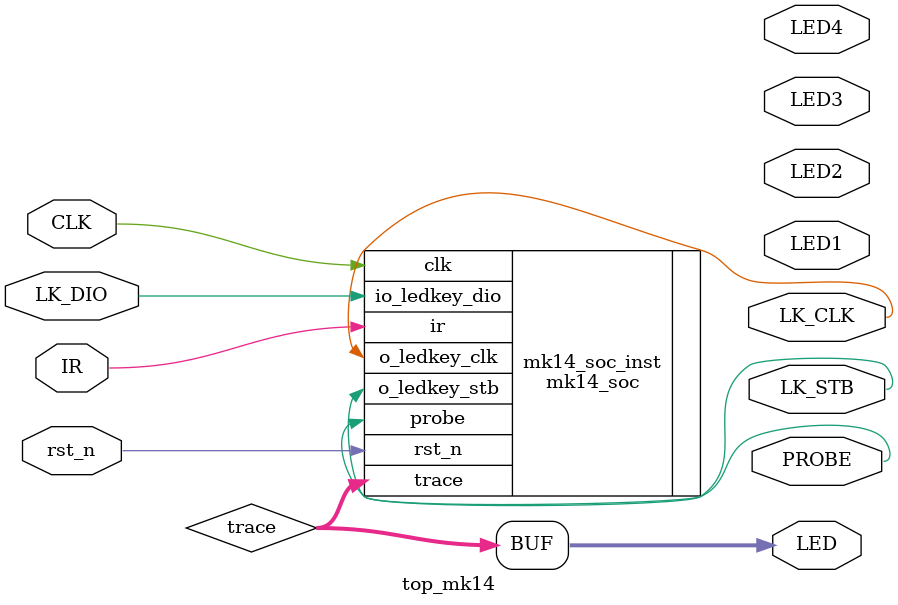
<source format=sv>
`default_nettype none
`timescale 1ns / 1ps

module top_mk14
(
	input wire logic CLK,
	input wire logic rst_n,
	output logic [7:0] LED,
	output logic LED1,
	output logic LED2,
	output logic LED3,
	output logic LED4,

	output logic PROBE,

	output logic LK_CLK,
	output logic LK_STB,
	inout  wire  LK_DIO,
	
	input wire IR
);

logic [7:0] trace;
assign LED = trace;

localparam CLOCK_FREQ_MHZ = 50;

localparam ROM_INIT_F		= "../../programs/SCIOS_Version_2.mem";
//localparam ROM_INIT_F		= "../../programs/test.mem";
localparam STD_RAM_INIT_F	= "../../programs/segtris_p1.mem";
//localparam STD_RAM_INIT_F	= "../../programs/clock.mem";
//localparam STD_RAM_INIT_F	= "../../programs/test.mem";
//localparam EXT_RAM_INIT_F	= "../../ext_ram.mem";
localparam EXT_RAM_INIT_F	= "../../programs/segtris_p2.mem";

mk14_soc #(
	.CLOCK_FREQ_MHZ(CLOCK_FREQ_MHZ),
	.DISPLAY_TIMEOUT_CYCLES(CLOCK_FREQ_MHZ * 1000 * 100),
	.ROM_INIT_F(ROM_INIT_F),
	.STD_RAM_INIT_F(STD_RAM_INIT_F),
	.EXT_RAM_INIT_F(EXT_RAM_INIT_F)
)
mk14_soc_inst (
	.rst_n,
	.clk(CLK),
	.trace,
	.probe(PROBE),
	.o_ledkey_clk(LK_CLK),
	.o_ledkey_stb(LK_STB),
	.io_ledkey_dio(LK_DIO),
	.ir(IR)
);

endmodule

</source>
